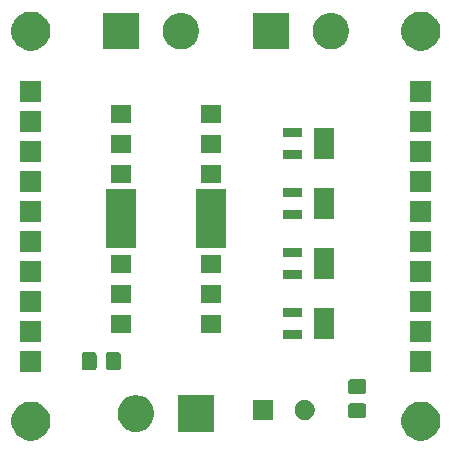
<source format=gbr>
G04 #@! TF.GenerationSoftware,KiCad,Pcbnew,(5.1.4)-1*
G04 #@! TF.CreationDate,2020-03-09T15:05:49+03:00*
G04 #@! TF.ProjectId,L293,4c323933-2e6b-4696-9361-645f70636258,rev?*
G04 #@! TF.SameCoordinates,Original*
G04 #@! TF.FileFunction,Soldermask,Bot*
G04 #@! TF.FilePolarity,Negative*
%FSLAX46Y46*%
G04 Gerber Fmt 4.6, Leading zero omitted, Abs format (unit mm)*
G04 Created by KiCad (PCBNEW (5.1.4)-1) date 2020-03-09 15:05:49*
%MOMM*%
%LPD*%
G04 APERTURE LIST*
%ADD10C,0.100000*%
G04 APERTURE END LIST*
D10*
G36*
X126081059Y-86016485D02*
G01*
X126211579Y-86042447D01*
X126408465Y-86124000D01*
X126491674Y-86158466D01*
X126512042Y-86166903D01*
X126782451Y-86347585D01*
X127012415Y-86577549D01*
X127193097Y-86847958D01*
X127317553Y-87148421D01*
X127321515Y-87168339D01*
X127377026Y-87447409D01*
X127381000Y-87467391D01*
X127381000Y-87792609D01*
X127317553Y-88111579D01*
X127193097Y-88412042D01*
X127012415Y-88682451D01*
X126782451Y-88912415D01*
X126512042Y-89093097D01*
X126211579Y-89217553D01*
X126105256Y-89238702D01*
X125892611Y-89281000D01*
X125567389Y-89281000D01*
X125354744Y-89238702D01*
X125248421Y-89217553D01*
X124947958Y-89093097D01*
X124677549Y-88912415D01*
X124447585Y-88682451D01*
X124266903Y-88412042D01*
X124142447Y-88111579D01*
X124079000Y-87792609D01*
X124079000Y-87467391D01*
X124082975Y-87447409D01*
X124138485Y-87168339D01*
X124142447Y-87148421D01*
X124266903Y-86847958D01*
X124447585Y-86577549D01*
X124677549Y-86347585D01*
X124947958Y-86166903D01*
X124968327Y-86158466D01*
X125051535Y-86124000D01*
X125248421Y-86042447D01*
X125378941Y-86016485D01*
X125567389Y-85979000D01*
X125892611Y-85979000D01*
X126081059Y-86016485D01*
X126081059Y-86016485D01*
G37*
G36*
X93061059Y-86016485D02*
G01*
X93191579Y-86042447D01*
X93388465Y-86124000D01*
X93471674Y-86158466D01*
X93492042Y-86166903D01*
X93762451Y-86347585D01*
X93992415Y-86577549D01*
X94173097Y-86847958D01*
X94297553Y-87148421D01*
X94301515Y-87168339D01*
X94357026Y-87447409D01*
X94361000Y-87467391D01*
X94361000Y-87792609D01*
X94297553Y-88111579D01*
X94173097Y-88412042D01*
X93992415Y-88682451D01*
X93762451Y-88912415D01*
X93492042Y-89093097D01*
X93191579Y-89217553D01*
X93085256Y-89238702D01*
X92872611Y-89281000D01*
X92547389Y-89281000D01*
X92334744Y-89238702D01*
X92228421Y-89217553D01*
X91927958Y-89093097D01*
X91657549Y-88912415D01*
X91427585Y-88682451D01*
X91246903Y-88412042D01*
X91122447Y-88111579D01*
X91059000Y-87792609D01*
X91059000Y-87467391D01*
X91062975Y-87447409D01*
X91118485Y-87168339D01*
X91122447Y-87148421D01*
X91246903Y-86847958D01*
X91427585Y-86577549D01*
X91657549Y-86347585D01*
X91927958Y-86166903D01*
X91948327Y-86158466D01*
X92031535Y-86124000D01*
X92228421Y-86042447D01*
X92358941Y-86016485D01*
X92547389Y-85979000D01*
X92872611Y-85979000D01*
X93061059Y-86016485D01*
X93061059Y-86016485D01*
G37*
G36*
X101902585Y-85473802D02*
G01*
X102052410Y-85503604D01*
X102334674Y-85620521D01*
X102588705Y-85790259D01*
X102804741Y-86006295D01*
X102974479Y-86260326D01*
X103044458Y-86429272D01*
X103091396Y-86542591D01*
X103151000Y-86842239D01*
X103151000Y-87147761D01*
X103149177Y-87156925D01*
X103091396Y-87447410D01*
X102974479Y-87729674D01*
X102804741Y-87983705D01*
X102588705Y-88199741D01*
X102334674Y-88369479D01*
X102052410Y-88486396D01*
X101902585Y-88516198D01*
X101752761Y-88546000D01*
X101447239Y-88546000D01*
X101297415Y-88516198D01*
X101147590Y-88486396D01*
X100865326Y-88369479D01*
X100611295Y-88199741D01*
X100395259Y-87983705D01*
X100225521Y-87729674D01*
X100108604Y-87447410D01*
X100050823Y-87156925D01*
X100049000Y-87147761D01*
X100049000Y-86842239D01*
X100108604Y-86542591D01*
X100155542Y-86429272D01*
X100225521Y-86260326D01*
X100395259Y-86006295D01*
X100611295Y-85790259D01*
X100865326Y-85620521D01*
X101147590Y-85503604D01*
X101297415Y-85473802D01*
X101447239Y-85444000D01*
X101752761Y-85444000D01*
X101902585Y-85473802D01*
X101902585Y-85473802D01*
G37*
G36*
X108231000Y-88546000D02*
G01*
X105129000Y-88546000D01*
X105129000Y-85444000D01*
X108231000Y-85444000D01*
X108231000Y-88546000D01*
X108231000Y-88546000D01*
G37*
G36*
X116143228Y-85859203D02*
G01*
X116298100Y-85923353D01*
X116437481Y-86016485D01*
X116556015Y-86135019D01*
X116649147Y-86274400D01*
X116713297Y-86429272D01*
X116746000Y-86593684D01*
X116746000Y-86761316D01*
X116713297Y-86925728D01*
X116649147Y-87080600D01*
X116556015Y-87219981D01*
X116437481Y-87338515D01*
X116298100Y-87431647D01*
X116143228Y-87495797D01*
X115978816Y-87528500D01*
X115811184Y-87528500D01*
X115646772Y-87495797D01*
X115491900Y-87431647D01*
X115352519Y-87338515D01*
X115233985Y-87219981D01*
X115140853Y-87080600D01*
X115076703Y-86925728D01*
X115044000Y-86761316D01*
X115044000Y-86593684D01*
X115076703Y-86429272D01*
X115140853Y-86274400D01*
X115233985Y-86135019D01*
X115352519Y-86016485D01*
X115491900Y-85923353D01*
X115646772Y-85859203D01*
X115811184Y-85826500D01*
X115978816Y-85826500D01*
X116143228Y-85859203D01*
X116143228Y-85859203D01*
G37*
G36*
X113246000Y-87528500D02*
G01*
X111544000Y-87528500D01*
X111544000Y-85826500D01*
X113246000Y-85826500D01*
X113246000Y-87528500D01*
X113246000Y-87528500D01*
G37*
G36*
X120921174Y-86128465D02*
G01*
X120958867Y-86139899D01*
X120993603Y-86158466D01*
X121024048Y-86183452D01*
X121049034Y-86213897D01*
X121067601Y-86248633D01*
X121079035Y-86286326D01*
X121083500Y-86331661D01*
X121083500Y-87168339D01*
X121079035Y-87213674D01*
X121067601Y-87251367D01*
X121049034Y-87286103D01*
X121024048Y-87316548D01*
X120993603Y-87341534D01*
X120958867Y-87360101D01*
X120921174Y-87371535D01*
X120875839Y-87376000D01*
X119789161Y-87376000D01*
X119743826Y-87371535D01*
X119706133Y-87360101D01*
X119671397Y-87341534D01*
X119640952Y-87316548D01*
X119615966Y-87286103D01*
X119597399Y-87251367D01*
X119585965Y-87213674D01*
X119581500Y-87168339D01*
X119581500Y-86331661D01*
X119585965Y-86286326D01*
X119597399Y-86248633D01*
X119615966Y-86213897D01*
X119640952Y-86183452D01*
X119671397Y-86158466D01*
X119706133Y-86139899D01*
X119743826Y-86128465D01*
X119789161Y-86124000D01*
X120875839Y-86124000D01*
X120921174Y-86128465D01*
X120921174Y-86128465D01*
G37*
G36*
X120921174Y-84078465D02*
G01*
X120958867Y-84089899D01*
X120993603Y-84108466D01*
X121024048Y-84133452D01*
X121049034Y-84163897D01*
X121067601Y-84198633D01*
X121079035Y-84236326D01*
X121083500Y-84281661D01*
X121083500Y-85118339D01*
X121079035Y-85163674D01*
X121067601Y-85201367D01*
X121049034Y-85236103D01*
X121024048Y-85266548D01*
X120993603Y-85291534D01*
X120958867Y-85310101D01*
X120921174Y-85321535D01*
X120875839Y-85326000D01*
X119789161Y-85326000D01*
X119743826Y-85321535D01*
X119706133Y-85310101D01*
X119671397Y-85291534D01*
X119640952Y-85266548D01*
X119615966Y-85236103D01*
X119597399Y-85201367D01*
X119585965Y-85163674D01*
X119581500Y-85118339D01*
X119581500Y-84281661D01*
X119585965Y-84236326D01*
X119597399Y-84198633D01*
X119615966Y-84163897D01*
X119640952Y-84133452D01*
X119671397Y-84108466D01*
X119706133Y-84089899D01*
X119743826Y-84078465D01*
X119789161Y-84074000D01*
X120875839Y-84074000D01*
X120921174Y-84078465D01*
X120921174Y-84078465D01*
G37*
G36*
X93611000Y-83451000D02*
G01*
X91809000Y-83451000D01*
X91809000Y-81649000D01*
X93611000Y-81649000D01*
X93611000Y-83451000D01*
X93611000Y-83451000D01*
G37*
G36*
X126631000Y-83451000D02*
G01*
X124829000Y-83451000D01*
X124829000Y-81649000D01*
X126631000Y-81649000D01*
X126631000Y-83451000D01*
X126631000Y-83451000D01*
G37*
G36*
X98108674Y-81803465D02*
G01*
X98146367Y-81814899D01*
X98181103Y-81833466D01*
X98211548Y-81858452D01*
X98236534Y-81888897D01*
X98255101Y-81923633D01*
X98266535Y-81961326D01*
X98271000Y-82006661D01*
X98271000Y-83093339D01*
X98266535Y-83138674D01*
X98255101Y-83176367D01*
X98236534Y-83211103D01*
X98211548Y-83241548D01*
X98181103Y-83266534D01*
X98146367Y-83285101D01*
X98108674Y-83296535D01*
X98063339Y-83301000D01*
X97226661Y-83301000D01*
X97181326Y-83296535D01*
X97143633Y-83285101D01*
X97108897Y-83266534D01*
X97078452Y-83241548D01*
X97053466Y-83211103D01*
X97034899Y-83176367D01*
X97023465Y-83138674D01*
X97019000Y-83093339D01*
X97019000Y-82006661D01*
X97023465Y-81961326D01*
X97034899Y-81923633D01*
X97053466Y-81888897D01*
X97078452Y-81858452D01*
X97108897Y-81833466D01*
X97143633Y-81814899D01*
X97181326Y-81803465D01*
X97226661Y-81799000D01*
X98063339Y-81799000D01*
X98108674Y-81803465D01*
X98108674Y-81803465D01*
G37*
G36*
X100158674Y-81803465D02*
G01*
X100196367Y-81814899D01*
X100231103Y-81833466D01*
X100261548Y-81858452D01*
X100286534Y-81888897D01*
X100305101Y-81923633D01*
X100316535Y-81961326D01*
X100321000Y-82006661D01*
X100321000Y-83093339D01*
X100316535Y-83138674D01*
X100305101Y-83176367D01*
X100286534Y-83211103D01*
X100261548Y-83241548D01*
X100231103Y-83266534D01*
X100196367Y-83285101D01*
X100158674Y-83296535D01*
X100113339Y-83301000D01*
X99276661Y-83301000D01*
X99231326Y-83296535D01*
X99193633Y-83285101D01*
X99158897Y-83266534D01*
X99128452Y-83241548D01*
X99103466Y-83211103D01*
X99084899Y-83176367D01*
X99073465Y-83138674D01*
X99069000Y-83093339D01*
X99069000Y-82006661D01*
X99073465Y-81961326D01*
X99084899Y-81923633D01*
X99103466Y-81888897D01*
X99128452Y-81858452D01*
X99158897Y-81833466D01*
X99193633Y-81814899D01*
X99231326Y-81803465D01*
X99276661Y-81799000D01*
X100113339Y-81799000D01*
X100158674Y-81803465D01*
X100158674Y-81803465D01*
G37*
G36*
X126631000Y-80911000D02*
G01*
X124829000Y-80911000D01*
X124829000Y-79109000D01*
X126631000Y-79109000D01*
X126631000Y-80911000D01*
X126631000Y-80911000D01*
G37*
G36*
X93611000Y-80911000D02*
G01*
X91809000Y-80911000D01*
X91809000Y-79109000D01*
X93611000Y-79109000D01*
X93611000Y-80911000D01*
X93611000Y-80911000D01*
G37*
G36*
X115686000Y-80701000D02*
G01*
X114024000Y-80701000D01*
X114024000Y-79949000D01*
X115686000Y-79949000D01*
X115686000Y-80701000D01*
X115686000Y-80701000D01*
G37*
G36*
X118386000Y-80701000D02*
G01*
X116724000Y-80701000D01*
X116724000Y-78049000D01*
X118386000Y-78049000D01*
X118386000Y-80701000D01*
X118386000Y-80701000D01*
G37*
G36*
X101181000Y-80126000D02*
G01*
X99479000Y-80126000D01*
X99479000Y-78624000D01*
X101181000Y-78624000D01*
X101181000Y-80126000D01*
X101181000Y-80126000D01*
G37*
G36*
X108801000Y-80126000D02*
G01*
X107099000Y-80126000D01*
X107099000Y-78624000D01*
X108801000Y-78624000D01*
X108801000Y-80126000D01*
X108801000Y-80126000D01*
G37*
G36*
X115686000Y-78801000D02*
G01*
X114024000Y-78801000D01*
X114024000Y-78049000D01*
X115686000Y-78049000D01*
X115686000Y-78801000D01*
X115686000Y-78801000D01*
G37*
G36*
X93611000Y-78371000D02*
G01*
X91809000Y-78371000D01*
X91809000Y-76569000D01*
X93611000Y-76569000D01*
X93611000Y-78371000D01*
X93611000Y-78371000D01*
G37*
G36*
X126631000Y-78371000D02*
G01*
X124829000Y-78371000D01*
X124829000Y-76569000D01*
X126631000Y-76569000D01*
X126631000Y-78371000D01*
X126631000Y-78371000D01*
G37*
G36*
X101181000Y-77586000D02*
G01*
X99479000Y-77586000D01*
X99479000Y-76084000D01*
X101181000Y-76084000D01*
X101181000Y-77586000D01*
X101181000Y-77586000D01*
G37*
G36*
X108801000Y-77586000D02*
G01*
X107099000Y-77586000D01*
X107099000Y-76084000D01*
X108801000Y-76084000D01*
X108801000Y-77586000D01*
X108801000Y-77586000D01*
G37*
G36*
X126631000Y-75831000D02*
G01*
X124829000Y-75831000D01*
X124829000Y-74029000D01*
X126631000Y-74029000D01*
X126631000Y-75831000D01*
X126631000Y-75831000D01*
G37*
G36*
X93611000Y-75831000D02*
G01*
X91809000Y-75831000D01*
X91809000Y-74029000D01*
X93611000Y-74029000D01*
X93611000Y-75831000D01*
X93611000Y-75831000D01*
G37*
G36*
X118386000Y-75621000D02*
G01*
X116724000Y-75621000D01*
X116724000Y-72969000D01*
X118386000Y-72969000D01*
X118386000Y-75621000D01*
X118386000Y-75621000D01*
G37*
G36*
X115686000Y-75621000D02*
G01*
X114024000Y-75621000D01*
X114024000Y-74869000D01*
X115686000Y-74869000D01*
X115686000Y-75621000D01*
X115686000Y-75621000D01*
G37*
G36*
X108801000Y-75046000D02*
G01*
X107099000Y-75046000D01*
X107099000Y-73544000D01*
X108801000Y-73544000D01*
X108801000Y-75046000D01*
X108801000Y-75046000D01*
G37*
G36*
X101181000Y-75046000D02*
G01*
X99479000Y-75046000D01*
X99479000Y-73544000D01*
X101181000Y-73544000D01*
X101181000Y-75046000D01*
X101181000Y-75046000D01*
G37*
G36*
X115686000Y-73721000D02*
G01*
X114024000Y-73721000D01*
X114024000Y-72969000D01*
X115686000Y-72969000D01*
X115686000Y-73721000D01*
X115686000Y-73721000D01*
G37*
G36*
X93611000Y-73291000D02*
G01*
X91809000Y-73291000D01*
X91809000Y-71489000D01*
X93611000Y-71489000D01*
X93611000Y-73291000D01*
X93611000Y-73291000D01*
G37*
G36*
X126631000Y-73291000D02*
G01*
X124829000Y-73291000D01*
X124829000Y-71489000D01*
X126631000Y-71489000D01*
X126631000Y-73291000D01*
X126631000Y-73291000D01*
G37*
G36*
X101581000Y-73006000D02*
G01*
X99079000Y-73006000D01*
X99079000Y-67964000D01*
X101581000Y-67964000D01*
X101581000Y-73006000D01*
X101581000Y-73006000D01*
G37*
G36*
X109201000Y-73006000D02*
G01*
X106699000Y-73006000D01*
X106699000Y-67964000D01*
X109201000Y-67964000D01*
X109201000Y-73006000D01*
X109201000Y-73006000D01*
G37*
G36*
X93611000Y-70751000D02*
G01*
X91809000Y-70751000D01*
X91809000Y-68949000D01*
X93611000Y-68949000D01*
X93611000Y-70751000D01*
X93611000Y-70751000D01*
G37*
G36*
X126631000Y-70751000D02*
G01*
X124829000Y-70751000D01*
X124829000Y-68949000D01*
X126631000Y-68949000D01*
X126631000Y-70751000D01*
X126631000Y-70751000D01*
G37*
G36*
X115686000Y-70541000D02*
G01*
X114024000Y-70541000D01*
X114024000Y-69789000D01*
X115686000Y-69789000D01*
X115686000Y-70541000D01*
X115686000Y-70541000D01*
G37*
G36*
X118386000Y-70541000D02*
G01*
X116724000Y-70541000D01*
X116724000Y-67889000D01*
X118386000Y-67889000D01*
X118386000Y-70541000D01*
X118386000Y-70541000D01*
G37*
G36*
X115686000Y-68641000D02*
G01*
X114024000Y-68641000D01*
X114024000Y-67889000D01*
X115686000Y-67889000D01*
X115686000Y-68641000D01*
X115686000Y-68641000D01*
G37*
G36*
X93611000Y-68211000D02*
G01*
X91809000Y-68211000D01*
X91809000Y-66409000D01*
X93611000Y-66409000D01*
X93611000Y-68211000D01*
X93611000Y-68211000D01*
G37*
G36*
X126631000Y-68211000D02*
G01*
X124829000Y-68211000D01*
X124829000Y-66409000D01*
X126631000Y-66409000D01*
X126631000Y-68211000D01*
X126631000Y-68211000D01*
G37*
G36*
X108801000Y-67426000D02*
G01*
X107099000Y-67426000D01*
X107099000Y-65924000D01*
X108801000Y-65924000D01*
X108801000Y-67426000D01*
X108801000Y-67426000D01*
G37*
G36*
X101181000Y-67426000D02*
G01*
X99479000Y-67426000D01*
X99479000Y-65924000D01*
X101181000Y-65924000D01*
X101181000Y-67426000D01*
X101181000Y-67426000D01*
G37*
G36*
X93611000Y-65671000D02*
G01*
X91809000Y-65671000D01*
X91809000Y-63869000D01*
X93611000Y-63869000D01*
X93611000Y-65671000D01*
X93611000Y-65671000D01*
G37*
G36*
X126631000Y-65671000D02*
G01*
X124829000Y-65671000D01*
X124829000Y-63869000D01*
X126631000Y-63869000D01*
X126631000Y-65671000D01*
X126631000Y-65671000D01*
G37*
G36*
X115686000Y-65461000D02*
G01*
X114024000Y-65461000D01*
X114024000Y-64709000D01*
X115686000Y-64709000D01*
X115686000Y-65461000D01*
X115686000Y-65461000D01*
G37*
G36*
X118386000Y-65461000D02*
G01*
X116724000Y-65461000D01*
X116724000Y-62809000D01*
X118386000Y-62809000D01*
X118386000Y-65461000D01*
X118386000Y-65461000D01*
G37*
G36*
X108801000Y-64886000D02*
G01*
X107099000Y-64886000D01*
X107099000Y-63384000D01*
X108801000Y-63384000D01*
X108801000Y-64886000D01*
X108801000Y-64886000D01*
G37*
G36*
X101181000Y-64886000D02*
G01*
X99479000Y-64886000D01*
X99479000Y-63384000D01*
X101181000Y-63384000D01*
X101181000Y-64886000D01*
X101181000Y-64886000D01*
G37*
G36*
X115686000Y-63561000D02*
G01*
X114024000Y-63561000D01*
X114024000Y-62809000D01*
X115686000Y-62809000D01*
X115686000Y-63561000D01*
X115686000Y-63561000D01*
G37*
G36*
X93611000Y-63131000D02*
G01*
X91809000Y-63131000D01*
X91809000Y-61329000D01*
X93611000Y-61329000D01*
X93611000Y-63131000D01*
X93611000Y-63131000D01*
G37*
G36*
X126631000Y-63131000D02*
G01*
X124829000Y-63131000D01*
X124829000Y-61329000D01*
X126631000Y-61329000D01*
X126631000Y-63131000D01*
X126631000Y-63131000D01*
G37*
G36*
X108801000Y-62346000D02*
G01*
X107099000Y-62346000D01*
X107099000Y-60844000D01*
X108801000Y-60844000D01*
X108801000Y-62346000D01*
X108801000Y-62346000D01*
G37*
G36*
X101181000Y-62346000D02*
G01*
X99479000Y-62346000D01*
X99479000Y-60844000D01*
X101181000Y-60844000D01*
X101181000Y-62346000D01*
X101181000Y-62346000D01*
G37*
G36*
X126631000Y-60591000D02*
G01*
X124829000Y-60591000D01*
X124829000Y-58789000D01*
X126631000Y-58789000D01*
X126631000Y-60591000D01*
X126631000Y-60591000D01*
G37*
G36*
X93611000Y-60591000D02*
G01*
X91809000Y-60591000D01*
X91809000Y-58789000D01*
X93611000Y-58789000D01*
X93611000Y-60591000D01*
X93611000Y-60591000D01*
G37*
G36*
X126105256Y-53001298D02*
G01*
X126211579Y-53022447D01*
X126512042Y-53146903D01*
X126782451Y-53327585D01*
X127012415Y-53557549D01*
X127055009Y-53621296D01*
X127193098Y-53827960D01*
X127317553Y-54128422D01*
X127381000Y-54447389D01*
X127381000Y-54772611D01*
X127317553Y-55091578D01*
X127212718Y-55344674D01*
X127193097Y-55392042D01*
X127012415Y-55662451D01*
X126782451Y-55892415D01*
X126512042Y-56073097D01*
X126211579Y-56197553D01*
X126105256Y-56218702D01*
X125892611Y-56261000D01*
X125567389Y-56261000D01*
X125354744Y-56218702D01*
X125248421Y-56197553D01*
X124947958Y-56073097D01*
X124677549Y-55892415D01*
X124447585Y-55662451D01*
X124266903Y-55392042D01*
X124247283Y-55344674D01*
X124142447Y-55091578D01*
X124079000Y-54772611D01*
X124079000Y-54447389D01*
X124142447Y-54128422D01*
X124266902Y-53827960D01*
X124404991Y-53621296D01*
X124447585Y-53557549D01*
X124677549Y-53327585D01*
X124947958Y-53146903D01*
X125248421Y-53022447D01*
X125354744Y-53001298D01*
X125567389Y-52959000D01*
X125892611Y-52959000D01*
X126105256Y-53001298D01*
X126105256Y-53001298D01*
G37*
G36*
X93085256Y-53001298D02*
G01*
X93191579Y-53022447D01*
X93492042Y-53146903D01*
X93762451Y-53327585D01*
X93992415Y-53557549D01*
X94035009Y-53621296D01*
X94173098Y-53827960D01*
X94297553Y-54128422D01*
X94361000Y-54447389D01*
X94361000Y-54772611D01*
X94297553Y-55091578D01*
X94192718Y-55344674D01*
X94173097Y-55392042D01*
X93992415Y-55662451D01*
X93762451Y-55892415D01*
X93492042Y-56073097D01*
X93191579Y-56197553D01*
X93085256Y-56218702D01*
X92872611Y-56261000D01*
X92547389Y-56261000D01*
X92334744Y-56218702D01*
X92228421Y-56197553D01*
X91927958Y-56073097D01*
X91657549Y-55892415D01*
X91427585Y-55662451D01*
X91246903Y-55392042D01*
X91227283Y-55344674D01*
X91122447Y-55091578D01*
X91059000Y-54772611D01*
X91059000Y-54447389D01*
X91122447Y-54128422D01*
X91246902Y-53827960D01*
X91384991Y-53621296D01*
X91427585Y-53557549D01*
X91657549Y-53327585D01*
X91927958Y-53146903D01*
X92228421Y-53022447D01*
X92334744Y-53001298D01*
X92547389Y-52959000D01*
X92872611Y-52959000D01*
X93085256Y-53001298D01*
X93085256Y-53001298D01*
G37*
G36*
X105712585Y-53088802D02*
G01*
X105862410Y-53118604D01*
X106144674Y-53235521D01*
X106398705Y-53405259D01*
X106614741Y-53621295D01*
X106784479Y-53875326D01*
X106901396Y-54157590D01*
X106961000Y-54457240D01*
X106961000Y-54762760D01*
X106901396Y-55062410D01*
X106784479Y-55344674D01*
X106614741Y-55598705D01*
X106398705Y-55814741D01*
X106144674Y-55984479D01*
X105862410Y-56101396D01*
X105712585Y-56131198D01*
X105562761Y-56161000D01*
X105257239Y-56161000D01*
X105107415Y-56131198D01*
X104957590Y-56101396D01*
X104675326Y-55984479D01*
X104421295Y-55814741D01*
X104205259Y-55598705D01*
X104035521Y-55344674D01*
X103918604Y-55062410D01*
X103859000Y-54762760D01*
X103859000Y-54457240D01*
X103918604Y-54157590D01*
X104035521Y-53875326D01*
X104205259Y-53621295D01*
X104421295Y-53405259D01*
X104675326Y-53235521D01*
X104957590Y-53118604D01*
X105107415Y-53088802D01*
X105257239Y-53059000D01*
X105562761Y-53059000D01*
X105712585Y-53088802D01*
X105712585Y-53088802D01*
G37*
G36*
X118412585Y-53088802D02*
G01*
X118562410Y-53118604D01*
X118844674Y-53235521D01*
X119098705Y-53405259D01*
X119314741Y-53621295D01*
X119484479Y-53875326D01*
X119601396Y-54157590D01*
X119661000Y-54457240D01*
X119661000Y-54762760D01*
X119601396Y-55062410D01*
X119484479Y-55344674D01*
X119314741Y-55598705D01*
X119098705Y-55814741D01*
X118844674Y-55984479D01*
X118562410Y-56101396D01*
X118412585Y-56131198D01*
X118262761Y-56161000D01*
X117957239Y-56161000D01*
X117807415Y-56131198D01*
X117657590Y-56101396D01*
X117375326Y-55984479D01*
X117121295Y-55814741D01*
X116905259Y-55598705D01*
X116735521Y-55344674D01*
X116618604Y-55062410D01*
X116559000Y-54762760D01*
X116559000Y-54457240D01*
X116618604Y-54157590D01*
X116735521Y-53875326D01*
X116905259Y-53621295D01*
X117121295Y-53405259D01*
X117375326Y-53235521D01*
X117657590Y-53118604D01*
X117807415Y-53088802D01*
X117957239Y-53059000D01*
X118262761Y-53059000D01*
X118412585Y-53088802D01*
X118412585Y-53088802D01*
G37*
G36*
X114581000Y-56161000D02*
G01*
X111479000Y-56161000D01*
X111479000Y-53059000D01*
X114581000Y-53059000D01*
X114581000Y-56161000D01*
X114581000Y-56161000D01*
G37*
G36*
X101881000Y-56161000D02*
G01*
X98779000Y-56161000D01*
X98779000Y-53059000D01*
X101881000Y-53059000D01*
X101881000Y-56161000D01*
X101881000Y-56161000D01*
G37*
M02*

</source>
